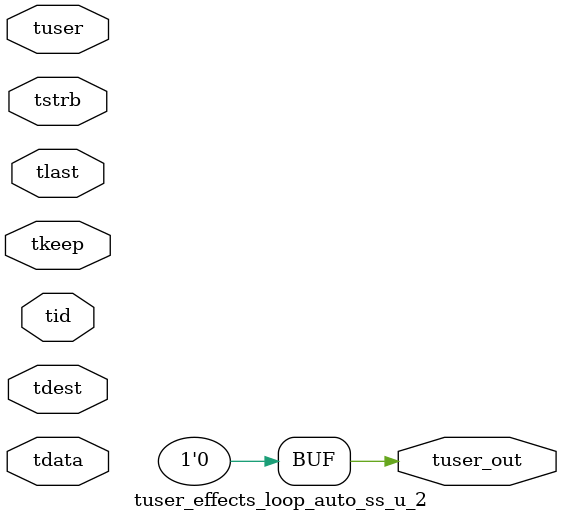
<source format=v>


`timescale 1ps/1ps

module tuser_effects_loop_auto_ss_u_2 #
(
parameter C_S_AXIS_TUSER_WIDTH = 1,
parameter C_S_AXIS_TDATA_WIDTH = 32,
parameter C_S_AXIS_TID_WIDTH   = 0,
parameter C_S_AXIS_TDEST_WIDTH = 0,
parameter C_M_AXIS_TUSER_WIDTH = 1
)
(
input  [(C_S_AXIS_TUSER_WIDTH == 0 ? 1 : C_S_AXIS_TUSER_WIDTH)-1:0     ] tuser,
input  [(C_S_AXIS_TDATA_WIDTH == 0 ? 1 : C_S_AXIS_TDATA_WIDTH)-1:0     ] tdata,
input  [(C_S_AXIS_TID_WIDTH   == 0 ? 1 : C_S_AXIS_TID_WIDTH)-1:0       ] tid,
input  [(C_S_AXIS_TDEST_WIDTH == 0 ? 1 : C_S_AXIS_TDEST_WIDTH)-1:0     ] tdest,
input  [(C_S_AXIS_TDATA_WIDTH/8)-1:0 ] tkeep,
input  [(C_S_AXIS_TDATA_WIDTH/8)-1:0 ] tstrb,
input                                                                    tlast,
output [C_M_AXIS_TUSER_WIDTH-1:0] tuser_out
);

assign tuser_out = {1'b0};

endmodule


</source>
